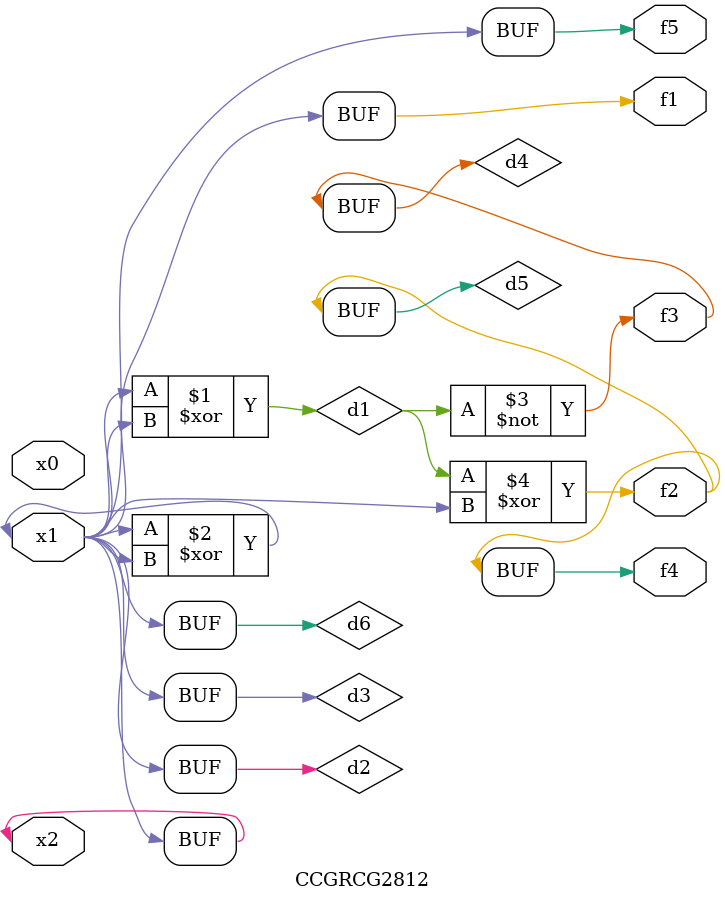
<source format=v>
module CCGRCG2812(
	input x0, x1, x2,
	output f1, f2, f3, f4, f5
);

	wire d1, d2, d3, d4, d5, d6;

	xor (d1, x1, x2);
	buf (d2, x1, x2);
	xor (d3, x1, x2);
	nor (d4, d1);
	xor (d5, d1, d2);
	buf (d6, d2, d3);
	assign f1 = d6;
	assign f2 = d5;
	assign f3 = d4;
	assign f4 = d5;
	assign f5 = d6;
endmodule

</source>
